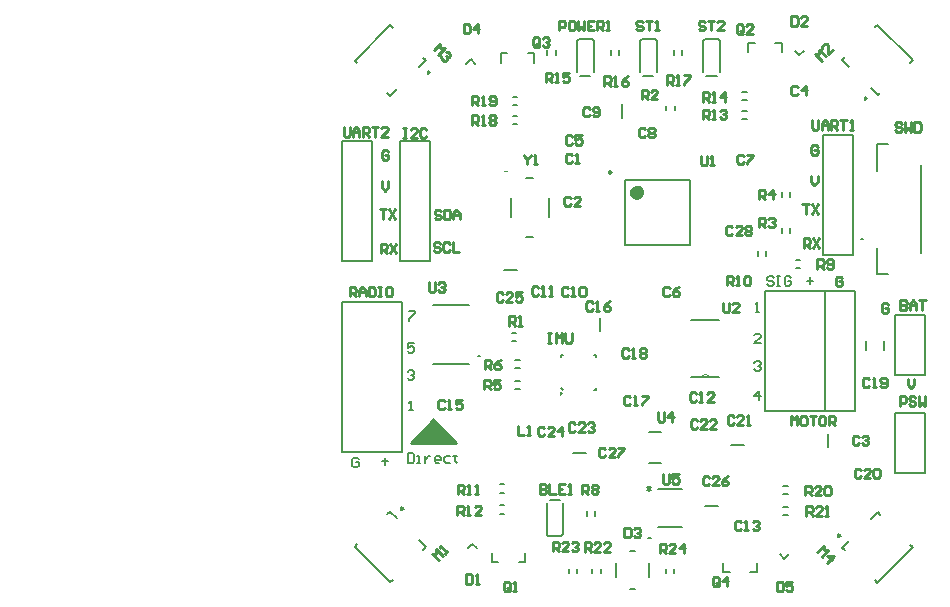
<source format=gto>
G04*
G04 #@! TF.GenerationSoftware,Altium Limited,Altium Designer,18.1.1 (9)*
G04*
G04 Layer_Color=65535*
%FSLAX23Y23*%
%MOIN*%
G70*
G01*
G75*
%ADD10C,0.008*%
%ADD11C,0.000*%
%ADD12C,0.006*%
%ADD13C,0.010*%
%ADD14C,0.024*%
%ADD15C,0.005*%
%ADD16C,0.006*%
%ADD17C,0.010*%
%ADD18C,0.008*%
%ADD19C,0.008*%
G36*
X-1053Y976D02*
D01*
D02*
G37*
G36*
X315Y596D02*
X240Y521D01*
X390D01*
X315Y596D01*
D02*
G37*
D10*
X1748Y1202D02*
X1740D01*
X1748D01*
X1674Y211D02*
X1665Y216D01*
Y206D01*
X1674Y211D01*
X217Y302D02*
X208Y307D01*
Y297D01*
X217Y302D01*
X306Y1756D02*
X298Y1761D01*
Y1751D01*
X306Y1756D01*
X1763Y1669D02*
X1755Y1674D01*
Y1664D01*
X1763Y1669D01*
X473Y810D02*
X465D01*
X473D01*
X1040Y203D02*
X1032D01*
X1040D01*
X1758Y831D02*
Y862D01*
X1817Y831D02*
Y862D01*
X1856Y419D02*
X1956D01*
X1856D02*
Y619D01*
X1956D01*
Y419D02*
Y619D01*
X1855Y947D02*
X1955D01*
Y747D02*
Y947D01*
X1855Y747D02*
X1955D01*
X1855D02*
Y947D01*
X10Y991D02*
X210D01*
X10Y491D02*
X210D01*
X10D02*
Y991D01*
X210Y491D02*
Y991D01*
X1420Y626D02*
Y1026D01*
X1620D01*
Y626D02*
Y1026D01*
X1420Y626D02*
X1620D01*
X1620Y1026D02*
X1720D01*
Y626D02*
Y1026D01*
X1620Y626D02*
Y1026D01*
Y626D02*
X1720D01*
X1615Y1547D02*
X1715D01*
Y1147D02*
Y1547D01*
X1615Y1147D02*
Y1547D01*
Y1147D02*
X1715D01*
X10Y1527D02*
X110D01*
Y1127D02*
Y1527D01*
X10Y1127D02*
Y1527D01*
Y1127D02*
X110D01*
X204Y1527D02*
X304D01*
Y1127D02*
Y1527D01*
X204Y1127D02*
Y1527D01*
Y1127D02*
X304D01*
X1906Y181D02*
X1914Y173D01*
X1796Y55D02*
X1914Y173D01*
X1787Y63D02*
X1796Y55D01*
X1797Y290D02*
X1805Y282D01*
X1774Y267D02*
X1797Y290D01*
X1679Y172D02*
X1687Y163D01*
X1679Y172D02*
X1702Y195D01*
X173Y57D02*
X181Y65D01*
X55Y175D02*
X173Y57D01*
X55Y175D02*
X63Y183D01*
X282Y165D02*
X290Y174D01*
X267Y196D02*
X290Y174D01*
X163Y283D02*
X172Y292D01*
X195Y269D01*
X55Y1795D02*
X63Y1786D01*
X55Y1795D02*
X173Y1913D01*
X181Y1905D01*
X163Y1686D02*
X172Y1678D01*
X195Y1701D01*
X282Y1804D02*
X290Y1796D01*
X267Y1773D02*
X290Y1796D01*
X1787Y1907D02*
X1796Y1915D01*
X1914Y1797D01*
X1906Y1788D02*
X1914Y1797D01*
X1679Y1798D02*
X1687Y1806D01*
X1679Y1798D02*
X1702Y1775D01*
X1797Y1680D02*
X1805Y1688D01*
X1774Y1703D02*
X1797Y1680D01*
X740Y705D02*
X748Y697D01*
X740Y808D02*
Y815D01*
X748D01*
X850D02*
X858D01*
Y808D02*
Y815D01*
Y697D02*
Y705D01*
X850Y697D02*
X858D01*
X955Y1179D02*
Y1396D01*
X1171Y1179D02*
Y1396D01*
X955D02*
X1171D01*
X955Y1179D02*
X1171D01*
X1221Y310D02*
X1265D01*
X1090Y86D02*
Y101D01*
X1117Y86D02*
Y101D01*
X794Y86D02*
Y101D01*
X767Y86D02*
Y101D01*
X874Y86D02*
Y101D01*
X846Y86D02*
Y101D01*
X1398Y1143D02*
Y1159D01*
X1426Y1143D02*
Y1159D01*
X1524Y1105D02*
X1539D01*
X1524Y1132D02*
X1539D01*
X577Y860D02*
X593D01*
X577Y888D02*
X593D01*
X1632Y506D02*
Y549D01*
X1308Y513D02*
X1351D01*
X944Y1605D02*
Y1649D01*
X550Y1097D02*
X594D01*
X782Y488D02*
X826D01*
X871Y894D02*
Y937D01*
X1482Y377D02*
X1498D01*
X1482Y349D02*
X1498D01*
X1482Y280D02*
X1498D01*
X1482Y308D02*
X1498D01*
X537Y285D02*
X553D01*
X537Y313D02*
X553D01*
X537Y383D02*
X553D01*
X537Y355D02*
X553D01*
X580Y1648D02*
X596D01*
X580Y1675D02*
X596D01*
X580Y1610D02*
X595D01*
X580Y1583D02*
X595D01*
X1346Y1600D02*
X1362D01*
X1346Y1627D02*
X1362D01*
X1346Y1690D02*
X1362D01*
X1346Y1663D02*
X1362D01*
X1120Y1629D02*
Y1645D01*
X1093Y1629D02*
Y1645D01*
X1477Y1221D02*
Y1237D01*
X1505Y1221D02*
Y1237D01*
X1506Y1341D02*
Y1357D01*
X1478Y1341D02*
Y1357D01*
X588Y727D02*
X604D01*
X588Y700D02*
X604D01*
X588Y798D02*
X604D01*
X588Y770D02*
X604D01*
X854Y277D02*
Y293D01*
X827Y277D02*
Y293D01*
X724Y1813D02*
Y1829D01*
X696Y1813D02*
Y1829D01*
X934Y1813D02*
Y1829D01*
X907Y1813D02*
Y1829D01*
X1145Y1813D02*
Y1829D01*
X1117Y1813D02*
Y1829D01*
X1391Y958D02*
X1402D01*
X1396D01*
Y989D01*
X1391Y984D01*
X1407Y853D02*
X1386D01*
X1407Y874D01*
Y879D01*
X1402Y884D01*
X1391D01*
X1386Y879D01*
X236Y629D02*
X247D01*
X241D01*
Y660D01*
X236Y655D01*
X251Y853D02*
X230D01*
Y838D01*
X241Y843D01*
X246D01*
X251Y838D01*
Y827D01*
X246Y822D01*
X236D01*
X230Y827D01*
Y758D02*
X236Y763D01*
X246D01*
X251Y758D01*
Y752D01*
X246Y747D01*
X241D01*
X246D01*
X251Y742D01*
Y737D01*
X246Y731D01*
X236D01*
X230Y737D01*
X1402Y663D02*
Y694D01*
X1386Y678D01*
X1407D01*
X234Y960D02*
X255D01*
Y954D01*
X234Y933D01*
Y928D01*
X1386Y788D02*
X1391Y793D01*
X1402D01*
X1407Y788D01*
Y783D01*
X1402Y777D01*
X1397D01*
X1402D01*
X1407Y772D01*
Y767D01*
X1402Y762D01*
X1391D01*
X1386Y767D01*
X231Y486D02*
Y455D01*
X247D01*
X252Y460D01*
Y481D01*
X247Y486D01*
X231D01*
X262Y455D02*
X273D01*
X268D01*
Y476D01*
X262D01*
X289D02*
Y455D01*
Y465D01*
X294Y471D01*
X299Y476D01*
X304D01*
X336Y455D02*
X325D01*
X320Y460D01*
Y471D01*
X325Y476D01*
X336D01*
X341Y471D01*
Y465D01*
X320D01*
X373Y476D02*
X357D01*
X352Y471D01*
Y460D01*
X357Y455D01*
X373D01*
X388Y481D02*
Y476D01*
X383D01*
X394D01*
X388D01*
Y460D01*
X394Y455D01*
D11*
X560Y1426D02*
X552D01*
X560D01*
X1233Y739D02*
X1230Y747D01*
X1221Y751D01*
X1213Y747D01*
X1209Y739D01*
X745Y686D02*
X737Y690D01*
Y681D01*
X745Y686D01*
D12*
X694Y214D02*
X699Y209D01*
X742D02*
X749Y216D01*
X801Y1867D02*
X795Y1861D01*
X850Y1862D02*
X845Y1867D01*
X1011D02*
X1005Y1861D01*
X1060Y1862D02*
X1055Y1867D01*
X1222D02*
X1215Y1861D01*
X1271Y1862D02*
X1266Y1867D01*
X705Y331D02*
X738D01*
X699Y209D02*
X742D01*
X694Y214D02*
Y320D01*
X749Y216D02*
Y320D01*
X795Y1756D02*
Y1861D01*
X850Y1756D02*
Y1862D01*
X801Y1867D02*
X845D01*
X805Y1745D02*
X839D01*
X1005Y1756D02*
Y1861D01*
X1060Y1756D02*
Y1862D01*
X1011Y1867D02*
X1055D01*
X1016Y1745D02*
X1049D01*
X1215Y1756D02*
Y1861D01*
X1271Y1756D02*
Y1862D01*
X1222Y1867D02*
X1266D01*
X1226Y1745D02*
X1260D01*
D13*
X908Y1423D02*
X901Y1427D01*
Y1419D01*
X908Y1423D01*
D14*
X1006Y1356D02*
X1001Y1366D01*
X991Y1368D01*
X983Y1361D01*
Y1351D01*
X991Y1345D01*
X1001Y1347D01*
X1006Y1356D01*
D15*
X1941Y1153D02*
Y1448D01*
X1795Y1084D02*
X1833D01*
X1795D02*
Y1172D01*
Y1428D02*
Y1517D01*
X1833D01*
X625Y1404D02*
X649D01*
X700Y1274D02*
Y1337D01*
X625Y1207D02*
X649D01*
X574Y1274D02*
Y1337D01*
X441Y1800D02*
X456Y1785D01*
X426D02*
X441Y1800D01*
X1520Y1828D02*
X1535Y1813D01*
X1550Y1828D01*
X446Y185D02*
X461Y170D01*
X431D02*
X446Y185D01*
X1471Y149D02*
X1486Y134D01*
X1501Y149D01*
X1034Y455D02*
X1074D01*
X1034Y557D02*
X1074D01*
X316Y785D02*
X434D01*
X316Y982D02*
X434D01*
X973Y35D02*
X989D01*
X973Y161D02*
X989D01*
X926Y74D02*
Y121D01*
X1036Y74D02*
Y121D01*
D16*
X1065Y366D02*
X1145D01*
X1065Y242D02*
X1145D01*
X540Y1787D02*
Y1819D01*
X562D01*
X652Y1787D02*
Y1819D01*
X630D02*
X652D01*
X1365Y1823D02*
Y1855D01*
X1387D01*
X1477Y1823D02*
Y1855D01*
X1455D02*
X1477D01*
X622Y123D02*
Y155D01*
X600Y123D02*
X622D01*
X510D02*
Y155D01*
Y123D02*
X532D01*
X1394Y89D02*
Y121D01*
X1372Y89D02*
X1394D01*
X1282D02*
Y121D01*
Y89D02*
X1304D01*
X1233Y739D02*
X1267D01*
X1209D02*
X1233D01*
X1175D02*
X1209D01*
X1175Y931D02*
X1267D01*
D17*
X315Y596D02*
X390Y521D01*
X370D02*
X390D01*
X240D02*
X370D01*
X240D02*
X315Y596D01*
Y600D01*
X339Y1184D02*
X334Y1189D01*
X323D01*
X318Y1184D01*
Y1178D01*
X323Y1173D01*
X334D01*
X339Y1168D01*
Y1163D01*
X334Y1157D01*
X323D01*
X318Y1163D01*
X370Y1184D02*
X365Y1189D01*
X355D01*
X349Y1184D01*
Y1163D01*
X355Y1157D01*
X365D01*
X370Y1163D01*
X381Y1189D02*
Y1157D01*
X402D01*
X341Y1293D02*
X336Y1298D01*
X325D01*
X320Y1293D01*
Y1288D01*
X325Y1282D01*
X336D01*
X341Y1277D01*
Y1272D01*
X336Y1267D01*
X325D01*
X320Y1272D01*
X351Y1298D02*
Y1267D01*
X367D01*
X372Y1272D01*
Y1293D01*
X367Y1298D01*
X351D01*
X383Y1267D02*
Y1288D01*
X393Y1298D01*
X404Y1288D01*
Y1267D01*
Y1282D01*
X383D01*
X166Y1491D02*
X160Y1496D01*
X150D01*
X145Y1491D01*
Y1470D01*
X150Y1465D01*
X160D01*
X166Y1470D01*
Y1480D01*
X155D01*
X145Y1394D02*
Y1373D01*
X155Y1362D01*
X166Y1373D01*
Y1394D01*
X137Y1299D02*
X158D01*
X147D01*
Y1268D01*
X168Y1299D02*
X189Y1268D01*
Y1299D02*
X168Y1268D01*
X141Y1154D02*
Y1185D01*
X156D01*
X162Y1180D01*
Y1169D01*
X156Y1164D01*
X141D01*
X151D02*
X162Y1154D01*
X172Y1185D02*
X193Y1154D01*
Y1185D02*
X172Y1154D01*
X1897Y734D02*
Y713D01*
X1907Y703D01*
X1918Y713D01*
Y734D01*
X1832Y981D02*
X1827Y986D01*
X1816D01*
X1811Y981D01*
Y960D01*
X1816Y955D01*
X1827D01*
X1832Y960D01*
Y970D01*
X1822D01*
X1550Y1171D02*
Y1203D01*
X1566D01*
X1571Y1197D01*
Y1187D01*
X1566Y1182D01*
X1550D01*
X1561D02*
X1571Y1171D01*
X1582Y1203D02*
X1603Y1171D01*
Y1203D02*
X1582Y1171D01*
X1546Y1317D02*
X1567D01*
X1557D01*
Y1285D01*
X1578Y1317D02*
X1599Y1285D01*
Y1317D02*
X1578Y1285D01*
X1576Y1411D02*
Y1390D01*
X1586Y1380D01*
X1597Y1390D01*
Y1411D01*
Y1508D02*
X1592Y1513D01*
X1581D01*
X1576Y1508D01*
Y1487D01*
X1581Y1481D01*
X1592D01*
X1597Y1487D01*
Y1497D01*
X1586D01*
X1877Y1584D02*
X1872Y1590D01*
X1862D01*
X1856Y1584D01*
Y1579D01*
X1862Y1574D01*
X1872D01*
X1877Y1569D01*
Y1563D01*
X1872Y1558D01*
X1862D01*
X1856Y1563D01*
X1888Y1590D02*
Y1558D01*
X1898Y1569D01*
X1909Y1558D01*
Y1590D01*
X1919D02*
Y1558D01*
X1935D01*
X1940Y1563D01*
Y1584D01*
X1935Y1590D01*
X1919D01*
X301Y1056D02*
Y1030D01*
X306Y1024D01*
X317D01*
X322Y1030D01*
Y1056D01*
X333Y1051D02*
X338Y1056D01*
X348D01*
X354Y1051D01*
Y1045D01*
X348Y1040D01*
X343D01*
X348D01*
X354Y1035D01*
Y1030D01*
X348Y1024D01*
X338D01*
X333Y1030D01*
X1281Y988D02*
Y962D01*
X1287Y957D01*
X1297D01*
X1302Y962D01*
Y988D01*
X1334Y957D02*
X1313D01*
X1334Y978D01*
Y983D01*
X1329Y988D01*
X1318D01*
X1313Y983D01*
X953Y238D02*
Y207D01*
X968D01*
X974Y212D01*
Y233D01*
X968Y238D01*
X953D01*
X984Y233D02*
X989Y238D01*
X1000D01*
X1005Y233D01*
Y228D01*
X1000Y222D01*
X995D01*
X1000D01*
X1005Y217D01*
Y212D01*
X1000Y207D01*
X989D01*
X984Y212D01*
X1071Y154D02*
Y185D01*
X1087D01*
X1092Y180D01*
Y169D01*
X1087Y164D01*
X1071D01*
X1081D02*
X1092Y154D01*
X1123D02*
X1102D01*
X1123Y175D01*
Y180D01*
X1118Y185D01*
X1108D01*
X1102Y180D01*
X1150Y154D02*
Y185D01*
X1134Y169D01*
X1155D01*
X714Y159D02*
Y191D01*
X729D01*
X735Y186D01*
Y175D01*
X729Y170D01*
X714D01*
X724D02*
X735Y159D01*
X766D02*
X745D01*
X766Y180D01*
Y186D01*
X761Y191D01*
X750D01*
X745Y186D01*
X777D02*
X782Y191D01*
X792D01*
X798Y186D01*
Y180D01*
X792Y175D01*
X787D01*
X792D01*
X798Y170D01*
Y165D01*
X792Y159D01*
X782D01*
X777Y165D01*
X821Y158D02*
Y190D01*
X837D01*
X842Y185D01*
Y174D01*
X837Y169D01*
X821D01*
X831D02*
X842Y158D01*
X873D02*
X852D01*
X873Y179D01*
Y185D01*
X868Y190D01*
X858D01*
X852Y185D01*
X905Y158D02*
X884D01*
X905Y179D01*
Y185D01*
X900Y190D01*
X889D01*
X884Y185D01*
X215Y1570D02*
X225D01*
X220D01*
Y1538D01*
X215D01*
X225D01*
X262D02*
X241D01*
X262Y1559D01*
Y1565D01*
X257Y1570D01*
X246D01*
X241Y1565D01*
X293D02*
X288Y1570D01*
X278D01*
X272Y1565D01*
Y1544D01*
X278Y1538D01*
X288D01*
X293Y1544D01*
X1741Y430D02*
X1736Y435D01*
X1726D01*
X1720Y430D01*
Y409D01*
X1726Y404D01*
X1736D01*
X1741Y409D01*
X1773Y404D02*
X1752D01*
X1773Y425D01*
Y430D01*
X1768Y435D01*
X1757D01*
X1752Y430D01*
X1783D02*
X1789Y435D01*
X1799D01*
X1804Y430D01*
Y409D01*
X1799Y404D01*
X1789D01*
X1783Y409D01*
Y430D01*
X1192Y685D02*
X1187Y690D01*
X1177D01*
X1171Y685D01*
Y664D01*
X1177Y658D01*
X1187D01*
X1192Y664D01*
X1203Y658D02*
X1213D01*
X1208D01*
Y690D01*
X1203Y685D01*
X1250Y658D02*
X1229D01*
X1250Y679D01*
Y685D01*
X1245Y690D01*
X1234D01*
X1229Y685D01*
X1081Y416D02*
Y390D01*
X1086Y385D01*
X1097D01*
X1102Y390D01*
Y416D01*
X1134D02*
X1113D01*
Y401D01*
X1123Y406D01*
X1128D01*
X1134Y401D01*
Y390D01*
X1128Y385D01*
X1118D01*
X1113Y390D01*
X1235Y405D02*
X1230Y410D01*
X1220D01*
X1214Y405D01*
Y384D01*
X1220Y379D01*
X1230D01*
X1235Y384D01*
X1267Y379D02*
X1246D01*
X1267Y400D01*
Y405D01*
X1262Y410D01*
X1251D01*
X1246Y405D01*
X1298Y410D02*
X1288Y405D01*
X1277Y395D01*
Y384D01*
X1283Y379D01*
X1293D01*
X1298Y384D01*
Y389D01*
X1293Y395D01*
X1277D01*
X354Y659D02*
X348Y664D01*
X338D01*
X333Y659D01*
Y638D01*
X338Y633D01*
X348D01*
X354Y638D01*
X364Y633D02*
X375D01*
X369D01*
Y664D01*
X364Y659D01*
X411Y664D02*
X390D01*
Y649D01*
X401Y654D01*
X406D01*
X411Y649D01*
Y638D01*
X406Y633D01*
X396D01*
X390Y638D01*
X1294Y1046D02*
Y1078D01*
X1310D01*
X1315Y1072D01*
Y1062D01*
X1310Y1057D01*
X1294D01*
X1305D02*
X1315Y1046D01*
X1326D02*
X1336D01*
X1331D01*
Y1078D01*
X1326Y1072D01*
X1352D02*
X1357Y1078D01*
X1368D01*
X1373Y1072D01*
Y1052D01*
X1368Y1046D01*
X1357D01*
X1352Y1052D01*
Y1072D01*
X1596Y1101D02*
Y1133D01*
X1612D01*
X1617Y1128D01*
Y1117D01*
X1612Y1112D01*
X1596D01*
X1607D02*
X1617Y1101D01*
X1628Y1107D02*
X1633Y1101D01*
X1644D01*
X1649Y1107D01*
Y1128D01*
X1644Y1133D01*
X1633D01*
X1628Y1128D01*
Y1122D01*
X1633Y1117D01*
X1649D01*
X1313Y1239D02*
X1308Y1244D01*
X1298D01*
X1292Y1239D01*
Y1218D01*
X1298Y1213D01*
X1308D01*
X1313Y1218D01*
X1345Y1213D02*
X1324D01*
X1345Y1234D01*
Y1239D01*
X1340Y1244D01*
X1329D01*
X1324Y1239D01*
X1355D02*
X1361Y1244D01*
X1371D01*
X1376Y1239D01*
Y1234D01*
X1371Y1228D01*
X1376Y1223D01*
Y1218D01*
X1371Y1213D01*
X1361D01*
X1355Y1218D01*
Y1223D01*
X1361Y1228D01*
X1355Y1234D01*
Y1239D01*
X1361Y1228D02*
X1371D01*
X1208Y1477D02*
Y1451D01*
X1213Y1446D01*
X1224D01*
X1229Y1451D01*
Y1477D01*
X1239Y1446D02*
X1250D01*
X1245D01*
Y1477D01*
X1239Y1472D01*
X568Y912D02*
Y944D01*
X584D01*
X589Y939D01*
Y928D01*
X584Y923D01*
X568D01*
X578D02*
X589Y912D01*
X599D02*
X610D01*
X605D01*
Y944D01*
X599Y939D01*
X37Y1009D02*
Y1040D01*
X53D01*
X58Y1035D01*
Y1024D01*
X53Y1019D01*
X37D01*
X48D02*
X58Y1009D01*
X69D02*
Y1030D01*
X79Y1040D01*
X90Y1030D01*
Y1009D01*
Y1024D01*
X69D01*
X100Y1040D02*
Y1009D01*
X116D01*
X121Y1014D01*
Y1035D01*
X116Y1040D01*
X100D01*
X132D02*
X142D01*
X137D01*
Y1009D01*
X132D01*
X142D01*
X174Y1040D02*
X163D01*
X158Y1035D01*
Y1014D01*
X163Y1009D01*
X174D01*
X179Y1014D01*
Y1035D01*
X174Y1040D01*
X1871Y645D02*
Y676D01*
X1887D01*
X1892Y671D01*
Y661D01*
X1887Y655D01*
X1871D01*
X1923Y671D02*
X1918Y676D01*
X1908D01*
X1902Y671D01*
Y666D01*
X1908Y661D01*
X1918D01*
X1923Y655D01*
Y650D01*
X1918Y645D01*
X1908D01*
X1902Y650D01*
X1934Y676D02*
Y645D01*
X1944Y655D01*
X1955Y645D01*
Y676D01*
X1508Y579D02*
Y610D01*
X1518Y600D01*
X1529Y610D01*
Y579D01*
X1555Y610D02*
X1545D01*
X1539Y605D01*
Y584D01*
X1545Y579D01*
X1555D01*
X1560Y584D01*
Y605D01*
X1555Y610D01*
X1571D02*
X1592D01*
X1581D01*
Y579D01*
X1618Y610D02*
X1608D01*
X1602Y605D01*
Y584D01*
X1608Y579D01*
X1618D01*
X1623Y584D01*
Y605D01*
X1618Y610D01*
X1634Y579D02*
Y610D01*
X1650D01*
X1655Y605D01*
Y594D01*
X1650Y589D01*
X1634D01*
X1644D02*
X1655Y579D01*
X1679Y1070D02*
X1674Y1075D01*
X1663D01*
X1658Y1070D01*
Y1049D01*
X1663Y1044D01*
X1674D01*
X1679Y1049D01*
Y1059D01*
X1669D01*
X973Y673D02*
X968Y678D01*
X957D01*
X952Y673D01*
Y652D01*
X957Y647D01*
X968D01*
X973Y652D01*
X984Y647D02*
X994D01*
X989D01*
Y678D01*
X984Y673D01*
X1010Y678D02*
X1031D01*
Y673D01*
X1010Y652D01*
Y647D01*
X766Y1036D02*
X761Y1041D01*
X750D01*
X745Y1036D01*
Y1015D01*
X750Y1010D01*
X761D01*
X766Y1015D01*
X776Y1010D02*
X787D01*
X782D01*
Y1041D01*
X776Y1036D01*
X803D02*
X808Y1041D01*
X818D01*
X824Y1036D01*
Y1015D01*
X818Y1010D01*
X808D01*
X803Y1015D01*
Y1036D01*
X837Y1635D02*
X832Y1640D01*
X821D01*
X816Y1635D01*
Y1614D01*
X821Y1609D01*
X832D01*
X837Y1614D01*
X847D02*
X853Y1609D01*
X863D01*
X868Y1614D01*
Y1635D01*
X863Y1640D01*
X853D01*
X847Y1635D01*
Y1630D01*
X853Y1625D01*
X868D01*
X1735Y540D02*
X1729Y545D01*
X1719D01*
X1714Y540D01*
Y519D01*
X1719Y514D01*
X1729D01*
X1735Y519D01*
X1745Y540D02*
X1750Y545D01*
X1761D01*
X1766Y540D01*
Y535D01*
X1761Y530D01*
X1756D01*
X1761D01*
X1766Y524D01*
Y519D01*
X1761Y514D01*
X1750D01*
X1745Y519D01*
X686Y570D02*
X681Y575D01*
X671D01*
X665Y570D01*
Y549D01*
X671Y543D01*
X681D01*
X686Y549D01*
X718Y543D02*
X697D01*
X718Y564D01*
Y570D01*
X713Y575D01*
X702D01*
X697Y570D01*
X744Y543D02*
Y575D01*
X728Y559D01*
X749D01*
X1318Y608D02*
X1312Y614D01*
X1302D01*
X1297Y608D01*
Y587D01*
X1302Y582D01*
X1312D01*
X1318Y587D01*
X1349Y582D02*
X1328D01*
X1349Y603D01*
Y608D01*
X1344Y614D01*
X1333D01*
X1328Y608D01*
X1360Y582D02*
X1370D01*
X1365D01*
Y614D01*
X1360Y608D01*
X1769Y733D02*
X1764Y738D01*
X1753D01*
X1748Y733D01*
Y712D01*
X1753Y707D01*
X1764D01*
X1769Y712D01*
X1780Y707D02*
X1790D01*
X1785D01*
Y738D01*
X1780Y733D01*
X1806Y712D02*
X1811Y707D01*
X1822D01*
X1827Y712D01*
Y733D01*
X1822Y738D01*
X1811D01*
X1806Y733D01*
Y728D01*
X1811Y722D01*
X1827D01*
X666Y1038D02*
X661Y1043D01*
X650D01*
X645Y1038D01*
Y1017D01*
X650Y1012D01*
X661D01*
X666Y1017D01*
X676Y1012D02*
X687D01*
X682D01*
Y1043D01*
X676Y1038D01*
X703Y1012D02*
X713D01*
X708D01*
Y1043D01*
X703Y1038D01*
X17Y1574D02*
Y1548D01*
X22Y1542D01*
X32D01*
X38Y1548D01*
Y1574D01*
X48Y1542D02*
Y1563D01*
X59Y1574D01*
X69Y1563D01*
Y1542D01*
Y1558D01*
X48D01*
X80Y1542D02*
Y1574D01*
X95D01*
X101Y1569D01*
Y1558D01*
X95Y1553D01*
X80D01*
X90D02*
X101Y1542D01*
X111Y1574D02*
X132D01*
X122D01*
Y1542D01*
X164D02*
X143D01*
X164Y1563D01*
Y1569D01*
X158Y1574D01*
X148D01*
X143Y1569D01*
X597Y578D02*
Y546D01*
X618D01*
X629D02*
X639D01*
X634D01*
Y578D01*
X629Y573D01*
X889Y500D02*
X884Y505D01*
X873D01*
X868Y500D01*
Y479D01*
X873Y473D01*
X884D01*
X889Y479D01*
X921Y473D02*
X900D01*
X921Y494D01*
Y500D01*
X915Y505D01*
X905D01*
X900Y500D01*
X931Y505D02*
X952D01*
Y500D01*
X931Y479D01*
Y473D01*
X548Y1018D02*
X543Y1023D01*
X532D01*
X527Y1018D01*
Y997D01*
X532Y992D01*
X543D01*
X548Y997D01*
X579Y992D02*
X558D01*
X579Y1013D01*
Y1018D01*
X574Y1023D01*
X564D01*
X558Y1018D01*
X611Y1023D02*
X590D01*
Y1008D01*
X600Y1013D01*
X606D01*
X611Y1008D01*
Y997D01*
X606Y992D01*
X595D01*
X590Y997D01*
X1196Y595D02*
X1190Y600D01*
X1180D01*
X1175Y595D01*
Y574D01*
X1180Y568D01*
X1190D01*
X1196Y574D01*
X1227Y568D02*
X1206D01*
X1227Y589D01*
Y595D01*
X1222Y600D01*
X1211D01*
X1206Y595D01*
X1259Y568D02*
X1238D01*
X1259Y589D01*
Y595D01*
X1253Y600D01*
X1243D01*
X1238Y595D01*
X779Y1541D02*
X774Y1546D01*
X763D01*
X758Y1541D01*
Y1520D01*
X763Y1515D01*
X774D01*
X779Y1520D01*
X810Y1546D02*
X789D01*
Y1531D01*
X800Y1536D01*
X805D01*
X810Y1531D01*
Y1520D01*
X805Y1515D01*
X795D01*
X789Y1520D01*
X1104Y1036D02*
X1098Y1041D01*
X1088D01*
X1083Y1036D01*
Y1015D01*
X1088Y1010D01*
X1098D01*
X1104Y1015D01*
X1135Y1041D02*
X1125Y1036D01*
X1114Y1026D01*
Y1015D01*
X1119Y1010D01*
X1130D01*
X1135Y1015D01*
Y1020D01*
X1130Y1026D01*
X1114D01*
X1350Y1477D02*
X1345Y1482D01*
X1334D01*
X1329Y1477D01*
Y1456D01*
X1334Y1451D01*
X1345D01*
X1350Y1456D01*
X1360Y1482D02*
X1381D01*
Y1477D01*
X1360Y1456D01*
Y1451D01*
X1023Y1566D02*
X1018Y1571D01*
X1007D01*
X1002Y1566D01*
Y1545D01*
X1007Y1540D01*
X1018D01*
X1023Y1545D01*
X1033Y1566D02*
X1039Y1571D01*
X1049D01*
X1054Y1566D01*
Y1561D01*
X1049Y1555D01*
X1054Y1550D01*
Y1545D01*
X1049Y1540D01*
X1039D01*
X1033Y1545D01*
Y1550D01*
X1039Y1555D01*
X1033Y1561D01*
Y1566D01*
X1039Y1555D02*
X1049D01*
X779Y1480D02*
X774Y1485D01*
X763D01*
X758Y1480D01*
Y1459D01*
X763Y1454D01*
X774D01*
X779Y1459D01*
X789Y1454D02*
X800D01*
X795D01*
Y1485D01*
X789Y1480D01*
X774Y1337D02*
X769Y1342D01*
X758D01*
X753Y1337D01*
Y1316D01*
X758Y1311D01*
X769D01*
X774Y1316D01*
X805Y1311D02*
X784D01*
X805Y1332D01*
Y1337D01*
X800Y1342D01*
X790D01*
X784Y1337D01*
X1530Y1706D02*
X1525Y1712D01*
X1515D01*
X1509Y1706D01*
Y1685D01*
X1515Y1680D01*
X1525D01*
X1530Y1685D01*
X1557Y1680D02*
Y1712D01*
X1541Y1696D01*
X1562D01*
X1343Y256D02*
X1338Y261D01*
X1327D01*
X1322Y256D01*
Y235D01*
X1327Y229D01*
X1338D01*
X1343Y235D01*
X1353Y229D02*
X1364D01*
X1359D01*
Y261D01*
X1353Y256D01*
X1380D02*
X1385Y261D01*
X1395D01*
X1401Y256D01*
Y250D01*
X1395Y245D01*
X1390D01*
X1395D01*
X1401Y240D01*
Y235D01*
X1395Y229D01*
X1385D01*
X1380Y235D01*
X847Y988D02*
X842Y993D01*
X832D01*
X826Y988D01*
Y967D01*
X832Y962D01*
X842D01*
X847Y967D01*
X858Y962D02*
X868D01*
X863D01*
Y993D01*
X858Y988D01*
X905Y993D02*
X895Y988D01*
X884Y978D01*
Y967D01*
X889Y962D01*
X900D01*
X905Y967D01*
Y972D01*
X900Y978D01*
X884D01*
X967Y831D02*
X962Y836D01*
X951D01*
X946Y831D01*
Y810D01*
X951Y805D01*
X962D01*
X967Y810D01*
X978Y805D02*
X988D01*
X983D01*
Y836D01*
X978Y831D01*
X1004D02*
X1009Y836D01*
X1020D01*
X1025Y831D01*
Y826D01*
X1020Y821D01*
X1025Y815D01*
Y810D01*
X1020Y805D01*
X1009D01*
X1004Y810D01*
Y815D01*
X1009Y821D01*
X1004Y826D01*
Y831D01*
X1009Y821D02*
X1020D01*
X789Y583D02*
X783Y589D01*
X773D01*
X768Y583D01*
Y562D01*
X773Y557D01*
X783D01*
X789Y562D01*
X820Y557D02*
X799D01*
X820Y578D01*
Y583D01*
X815Y589D01*
X804D01*
X799Y583D01*
X831D02*
X836Y589D01*
X846D01*
X852Y583D01*
Y578D01*
X846Y573D01*
X841D01*
X846D01*
X852Y568D01*
Y562D01*
X846Y557D01*
X836D01*
X831Y562D01*
X671Y383D02*
Y351D01*
X687D01*
X692Y356D01*
Y362D01*
X687Y367D01*
X671D01*
X687D01*
X692Y372D01*
Y377D01*
X687Y383D01*
X671D01*
X703D02*
Y351D01*
X724D01*
X755Y383D02*
X734D01*
Y351D01*
X755D01*
X734Y367D02*
X745D01*
X766Y351D02*
X776D01*
X771D01*
Y383D01*
X766Y377D01*
X735Y1897D02*
Y1928D01*
X751D01*
X756Y1923D01*
Y1912D01*
X751Y1907D01*
X735D01*
X783Y1928D02*
X772D01*
X767Y1923D01*
Y1902D01*
X772Y1897D01*
X783D01*
X788Y1902D01*
Y1923D01*
X783Y1928D01*
X798D02*
Y1897D01*
X809Y1907D01*
X819Y1897D01*
Y1928D01*
X851D02*
X830D01*
Y1897D01*
X851D01*
X830Y1912D02*
X840D01*
X861Y1897D02*
Y1928D01*
X877D01*
X882Y1923D01*
Y1912D01*
X877Y1907D01*
X861D01*
X872D02*
X882Y1897D01*
X893D02*
X903D01*
X898D01*
Y1928D01*
X893Y1923D01*
X1014D02*
X1009Y1928D01*
X998D01*
X993Y1923D01*
Y1918D01*
X998Y1912D01*
X1009D01*
X1014Y1907D01*
Y1902D01*
X1009Y1897D01*
X998D01*
X993Y1902D01*
X1025Y1928D02*
X1046D01*
X1035D01*
Y1897D01*
X1056D02*
X1067D01*
X1061D01*
Y1928D01*
X1056Y1923D01*
X1221D02*
X1215Y1928D01*
X1205D01*
X1200Y1923D01*
Y1918D01*
X1205Y1912D01*
X1215D01*
X1221Y1907D01*
Y1902D01*
X1215Y1897D01*
X1205D01*
X1200Y1902D01*
X1231Y1928D02*
X1252D01*
X1242D01*
Y1897D01*
X1284D02*
X1263D01*
X1284Y1918D01*
Y1923D01*
X1278Y1928D01*
X1268D01*
X1263Y1923D01*
X425Y83D02*
Y51D01*
X441D01*
X446Y57D01*
Y78D01*
X441Y83D01*
X425D01*
X457Y51D02*
X467D01*
X462D01*
Y83D01*
X457Y78D01*
X1509Y1943D02*
Y1912D01*
X1525D01*
X1530Y1917D01*
Y1938D01*
X1525Y1943D01*
X1509D01*
X1562Y1912D02*
X1541D01*
X1562Y1933D01*
Y1938D01*
X1557Y1943D01*
X1546D01*
X1541Y1938D01*
X1461Y58D02*
Y27D01*
X1477D01*
X1482Y32D01*
Y53D01*
X1477Y58D01*
X1461D01*
X1513D02*
X1492D01*
Y43D01*
X1503Y48D01*
X1508D01*
X1513Y43D01*
Y32D01*
X1508Y27D01*
X1498D01*
X1492Y32D01*
X417Y1917D02*
Y1886D01*
X433D01*
X438Y1891D01*
Y1912D01*
X433Y1917D01*
X417D01*
X464Y1886D02*
Y1917D01*
X448Y1902D01*
X469D01*
X334Y130D02*
X311Y152D01*
X326D01*
Y167D01*
X349Y145D01*
X356Y152D02*
X363Y159D01*
X360Y156D01*
X337Y178D01*
X337Y170D01*
X1610Y1794D02*
X1587Y1817D01*
X1602D01*
Y1832D01*
X1625Y1809D01*
X1647Y1832D02*
X1632Y1817D01*
Y1846D01*
X1628Y1850D01*
X1621D01*
X1613Y1843D01*
X1613Y1835D01*
X1596Y156D02*
X1618Y178D01*
Y163D01*
X1633D01*
X1611Y141D01*
X1629Y122D02*
X1651Y144D01*
X1629Y144D01*
X1644Y130D01*
X317Y1829D02*
X339Y1851D01*
Y1836D01*
X354D01*
X332Y1814D01*
X358Y1825D02*
X365Y1825D01*
X373Y1818D01*
Y1810D01*
X369Y1806D01*
X362D01*
X358Y1810D01*
X362Y1806D01*
X362Y1799D01*
X358Y1795D01*
X350Y1795D01*
X343Y1803D01*
Y1810D01*
X1578Y1597D02*
Y1571D01*
X1584Y1565D01*
X1594D01*
X1599Y1571D01*
Y1597D01*
X1610Y1565D02*
Y1586D01*
X1620Y1597D01*
X1631Y1586D01*
Y1565D01*
Y1581D01*
X1610D01*
X1641Y1565D02*
Y1597D01*
X1657D01*
X1662Y1592D01*
Y1581D01*
X1657Y1576D01*
X1641D01*
X1652D02*
X1662Y1565D01*
X1673Y1597D02*
X1694D01*
X1683D01*
Y1565D01*
X1704D02*
X1715D01*
X1710D01*
Y1597D01*
X1704Y1592D01*
X1873Y996D02*
Y964D01*
X1889D01*
X1894Y969D01*
Y975D01*
X1889Y980D01*
X1873D01*
X1889D01*
X1894Y985D01*
Y990D01*
X1889Y996D01*
X1873D01*
X1905Y964D02*
Y985D01*
X1915Y996D01*
X1926Y985D01*
Y964D01*
Y980D01*
X1905D01*
X1936Y996D02*
X1957D01*
X1946D01*
Y964D01*
X571Y32D02*
Y53D01*
X566Y58D01*
X555D01*
X550Y53D01*
Y32D01*
X555Y27D01*
X566D01*
X560Y37D02*
X571Y27D01*
X566D02*
X571Y32D01*
X581Y27D02*
X592D01*
X587D01*
Y58D01*
X581Y53D01*
X1348Y1890D02*
Y1911D01*
X1343Y1916D01*
X1333D01*
X1327Y1911D01*
Y1890D01*
X1333Y1885D01*
X1343D01*
X1338Y1895D02*
X1348Y1885D01*
X1343D02*
X1348Y1890D01*
X1380Y1885D02*
X1359D01*
X1380Y1906D01*
Y1911D01*
X1374Y1916D01*
X1364D01*
X1359Y1911D01*
X1268Y48D02*
Y69D01*
X1262Y75D01*
X1252D01*
X1247Y69D01*
Y48D01*
X1252Y43D01*
X1262D01*
X1257Y54D02*
X1268Y43D01*
X1262D02*
X1268Y48D01*
X1294Y43D02*
Y75D01*
X1278Y59D01*
X1299D01*
X669Y1847D02*
Y1868D01*
X664Y1873D01*
X654D01*
X648Y1868D01*
Y1847D01*
X654Y1841D01*
X664D01*
X659Y1852D02*
X669Y1841D01*
X664D02*
X669Y1847D01*
X680Y1868D02*
X685Y1873D01*
X696D01*
X701Y1868D01*
Y1862D01*
X696Y1857D01*
X690D01*
X696D01*
X701Y1852D01*
Y1847D01*
X696Y1841D01*
X685D01*
X680Y1847D01*
X1011Y1666D02*
Y1697D01*
X1027D01*
X1032Y1692D01*
Y1682D01*
X1027Y1676D01*
X1011D01*
X1021D02*
X1032Y1666D01*
X1063D02*
X1042D01*
X1063Y1687D01*
Y1692D01*
X1058Y1697D01*
X1048D01*
X1042Y1692D01*
X1402Y1240D02*
Y1272D01*
X1418D01*
X1423Y1266D01*
Y1256D01*
X1418Y1251D01*
X1402D01*
X1412D02*
X1423Y1240D01*
X1433Y1266D02*
X1439Y1272D01*
X1449D01*
X1454Y1266D01*
Y1261D01*
X1449Y1256D01*
X1444D01*
X1449D01*
X1454Y1251D01*
Y1245D01*
X1449Y1240D01*
X1439D01*
X1433Y1245D01*
X1402Y1334D02*
Y1365D01*
X1418D01*
X1423Y1360D01*
Y1349D01*
X1418Y1344D01*
X1402D01*
X1412D02*
X1423Y1334D01*
X1449D02*
Y1365D01*
X1433Y1349D01*
X1454D01*
X486Y699D02*
Y730D01*
X501D01*
X507Y725D01*
Y715D01*
X501Y709D01*
X486D01*
X496D02*
X507Y699D01*
X538Y730D02*
X517D01*
Y715D01*
X528Y720D01*
X533D01*
X538Y715D01*
Y704D01*
X533Y699D01*
X522D01*
X517Y704D01*
X488Y767D02*
Y798D01*
X503D01*
X509Y793D01*
Y783D01*
X503Y777D01*
X488D01*
X498D02*
X509Y767D01*
X540Y798D02*
X530Y793D01*
X519Y783D01*
Y772D01*
X524Y767D01*
X535D01*
X540Y772D01*
Y777D01*
X535Y783D01*
X519D01*
X812Y351D02*
Y382D01*
X828D01*
X833Y377D01*
Y366D01*
X828Y361D01*
X812D01*
X823D02*
X833Y351D01*
X844Y377D02*
X849Y382D01*
X859D01*
X865Y377D01*
Y372D01*
X859Y366D01*
X865Y361D01*
Y356D01*
X859Y351D01*
X849D01*
X844Y356D01*
Y361D01*
X849Y366D01*
X844Y372D01*
Y377D01*
X849Y366D02*
X859D01*
X690Y1723D02*
Y1754D01*
X706D01*
X711Y1749D01*
Y1739D01*
X706Y1733D01*
X690D01*
X700D02*
X711Y1723D01*
X721D02*
X732D01*
X727D01*
Y1754D01*
X721Y1749D01*
X769Y1754D02*
X748D01*
Y1739D01*
X758Y1744D01*
X763D01*
X769Y1739D01*
Y1728D01*
X763Y1723D01*
X753D01*
X748Y1728D01*
X886Y1712D02*
Y1743D01*
X902D01*
X907Y1738D01*
Y1727D01*
X902Y1722D01*
X886D01*
X897D02*
X907Y1712D01*
X918D02*
X928D01*
X923D01*
Y1743D01*
X918Y1738D01*
X965Y1743D02*
X954Y1738D01*
X944Y1727D01*
Y1717D01*
X949Y1712D01*
X960D01*
X965Y1717D01*
Y1722D01*
X960Y1727D01*
X944D01*
X1094Y1715D02*
Y1746D01*
X1110D01*
X1115Y1741D01*
Y1731D01*
X1110Y1725D01*
X1094D01*
X1104D02*
X1115Y1715D01*
X1125D02*
X1136D01*
X1131D01*
Y1746D01*
X1125Y1741D01*
X1152Y1746D02*
X1173D01*
Y1741D01*
X1152Y1720D01*
Y1715D01*
X397Y351D02*
Y382D01*
X413D01*
X418Y377D01*
Y367D01*
X413Y362D01*
X397D01*
X408D02*
X418Y351D01*
X429D02*
X439D01*
X434D01*
Y382D01*
X429Y377D01*
X455Y351D02*
X465D01*
X460D01*
Y382D01*
X455Y377D01*
X396Y280D02*
Y311D01*
X412D01*
X417Y306D01*
Y296D01*
X412Y291D01*
X396D01*
X407D02*
X417Y280D01*
X428D02*
X438D01*
X433D01*
Y311D01*
X428Y306D01*
X475Y280D02*
X454D01*
X475Y301D01*
Y306D01*
X470Y311D01*
X459D01*
X454Y306D01*
X1214Y1600D02*
Y1632D01*
X1230D01*
X1235Y1627D01*
Y1616D01*
X1230Y1611D01*
X1214D01*
X1224D02*
X1235Y1600D01*
X1245D02*
X1256D01*
X1251D01*
Y1632D01*
X1245Y1627D01*
X1272D02*
X1277Y1632D01*
X1287D01*
X1293Y1627D01*
Y1621D01*
X1287Y1616D01*
X1282D01*
X1287D01*
X1293Y1611D01*
Y1606D01*
X1287Y1600D01*
X1277D01*
X1272Y1606D01*
X1214Y1658D02*
Y1690D01*
X1230D01*
X1235Y1685D01*
Y1674D01*
X1230Y1669D01*
X1214D01*
X1224D02*
X1235Y1658D01*
X1245D02*
X1256D01*
X1251D01*
Y1690D01*
X1245Y1685D01*
X1287Y1658D02*
Y1690D01*
X1272Y1674D01*
X1293D01*
X1556Y346D02*
Y378D01*
X1572D01*
X1577Y372D01*
Y362D01*
X1572Y357D01*
X1556D01*
X1566D02*
X1577Y346D01*
X1608D02*
X1587D01*
X1608Y367D01*
Y372D01*
X1603Y378D01*
X1593D01*
X1587Y372D01*
X1619D02*
X1624Y378D01*
X1635D01*
X1640Y372D01*
Y351D01*
X1635Y346D01*
X1624D01*
X1619Y351D01*
Y372D01*
X1559Y278D02*
Y310D01*
X1575D01*
X1580Y304D01*
Y294D01*
X1575Y289D01*
X1559D01*
X1570D02*
X1580Y278D01*
X1612D02*
X1591D01*
X1612Y299D01*
Y304D01*
X1607Y310D01*
X1596D01*
X1591Y304D01*
X1622Y278D02*
X1633D01*
X1628D01*
Y310D01*
X1622Y304D01*
X445Y1582D02*
Y1613D01*
X461D01*
X466Y1608D01*
Y1597D01*
X461Y1592D01*
X445D01*
X456D02*
X466Y1582D01*
X477D02*
X487D01*
X482D01*
Y1613D01*
X477Y1608D01*
X503D02*
X508Y1613D01*
X519D01*
X524Y1608D01*
Y1603D01*
X519Y1597D01*
X524Y1592D01*
Y1587D01*
X519Y1582D01*
X508D01*
X503Y1587D01*
Y1592D01*
X508Y1597D01*
X503Y1603D01*
Y1608D01*
X508Y1597D02*
X519D01*
X445Y1646D02*
Y1677D01*
X461D01*
X466Y1672D01*
Y1661D01*
X461Y1656D01*
X445D01*
X456D02*
X466Y1646D01*
X477D02*
X487D01*
X482D01*
Y1677D01*
X477Y1672D01*
X503Y1651D02*
X508Y1646D01*
X519D01*
X524Y1651D01*
Y1672D01*
X519Y1677D01*
X508D01*
X503Y1672D01*
Y1667D01*
X508Y1661D01*
X524D01*
X698Y886D02*
X708D01*
X703D01*
Y854D01*
X698D01*
X708D01*
X724D02*
Y886D01*
X735Y875D01*
X745Y886D01*
Y854D01*
X756Y886D02*
Y860D01*
X761Y854D01*
X771D01*
X777Y860D01*
Y886D01*
X1065Y623D02*
Y597D01*
X1070Y592D01*
X1081D01*
X1086Y597D01*
Y623D01*
X1112Y592D02*
Y623D01*
X1096Y607D01*
X1117D01*
X619Y1481D02*
Y1476D01*
X629Y1466D01*
X640Y1476D01*
Y1481D01*
X629Y1466D02*
Y1450D01*
X650D02*
X661D01*
X656D01*
Y1481D01*
X650Y1476D01*
D18*
X67Y466D02*
X62Y471D01*
X52D01*
X46Y466D01*
Y445D01*
X52Y440D01*
X62D01*
X67Y445D01*
Y456D01*
X57D01*
X156Y469D02*
Y448D01*
X166Y459D02*
X145D01*
X1562Y1062D02*
X1583D01*
X1573Y1073D02*
Y1052D01*
X1450Y1070D02*
X1445Y1076D01*
X1434D01*
X1429Y1070D01*
Y1065D01*
X1434Y1060D01*
X1445D01*
X1450Y1055D01*
Y1049D01*
X1445Y1044D01*
X1434D01*
X1429Y1049D01*
X1461Y1076D02*
X1471D01*
X1466D01*
Y1044D01*
X1461D01*
X1471D01*
X1508Y1070D02*
X1503Y1076D01*
X1492D01*
X1487Y1070D01*
Y1049D01*
X1492Y1044D01*
X1503D01*
X1508Y1049D01*
Y1060D01*
X1497D01*
D19*
X1035Y378D02*
Y360D01*
X1027Y373D02*
X1042Y364D01*
Y373D02*
X1027Y364D01*
M02*

</source>
